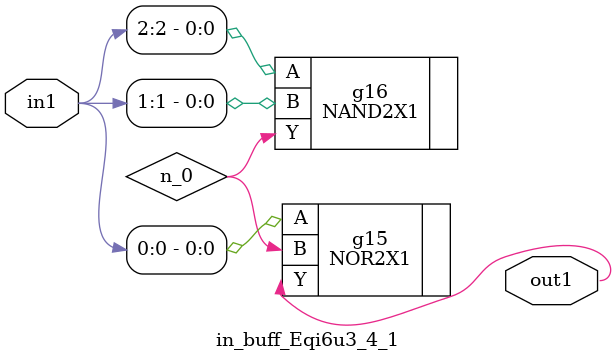
<source format=v>
`timescale 1ps / 1ps


module in_buff_Eqi6u3_4_1(in1, out1);
  input [2:0] in1;
  output out1;
  wire [2:0] in1;
  wire out1;
  wire n_0;
  NOR2X1 g15(.A (in1[0]), .B (n_0), .Y (out1));
  NAND2X1 g16(.A (in1[2]), .B (in1[1]), .Y (n_0));
endmodule



</source>
